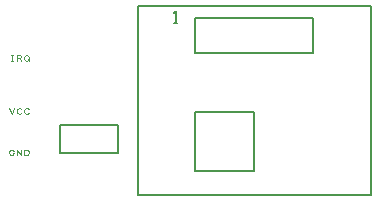
<source format=gto>
G04 EasyPC Gerber Version 20.0.2 Build 4112 *
G04 #@! TF.Part,Single*
G04 #@! TF.FileFunction,Legend,Top *
%FSLAX24Y24*%
%MOIN*%
%ADD101C,0.00008*%
%ADD13C,0.00100*%
%ADD11C,0.00400*%
%ADD16C,0.00500*%
%ADD15C,0.00600*%
%ADD12C,0.00800*%
X0Y0D02*
D02*
D11*
D02*
D12*
X5110Y1064D02*
Y7363D01*
X12865*
Y1064*
X5110*
X8987Y3820D02*
X7019D01*
Y1852*
X8987*
Y3820*
X10956Y6970D02*
X7019D01*
Y5789*
X10956*
Y6970*
D02*
D13*
X928Y2469D02*
X974D01*
Y2453*
X959Y2422*
X943Y2406*
X912Y2391*
X881*
X849Y2406*
X834Y2422*
X818Y2453*
Y2516*
X834Y2547*
X849Y2563*
X881Y2578*
X912*
X943Y2563*
X959Y2547*
X974Y2516*
X1068Y2391D02*
Y2578D01*
X1224Y2391*
Y2578*
X1318Y2391D02*
Y2578D01*
X1412*
X1443Y2563*
X1459Y2547*
X1474Y2516*
Y2453*
X1459Y2422*
X1443Y2406*
X1412Y2391*
X1318*
X818Y3956D02*
X896Y3769D01*
X974Y3956*
X1224Y3800D02*
X1209Y3784D01*
X1178Y3769*
X1131*
X1099Y3784*
X1084Y3800*
X1068Y3831*
Y3894*
X1084Y3925*
X1099Y3940*
X1131Y3956*
X1178*
X1209Y3940*
X1224Y3925*
X1474Y3800D02*
X1459Y3784D01*
X1428Y3769*
X1381*
X1349Y3784*
X1334Y3800*
X1318Y3831*
Y3894*
X1334Y3925*
X1349Y3940*
X1381Y3956*
X1428*
X1459Y3940*
X1474Y3925*
X865Y5540D02*
X928D01*
X896D02*
Y5728D01*
X865D02*
X928D01*
X1068Y5540D02*
Y5728D01*
X1178*
X1209Y5712*
X1224Y5681*
X1209Y5650*
X1178Y5634*
X1068*
X1178D02*
X1224Y5540D01*
X1318Y5603D02*
Y5665D01*
X1334Y5696*
X1349Y5712*
X1381Y5728*
X1412*
X1443Y5712*
X1459Y5696*
X1474Y5665*
Y5603*
X1459Y5571*
X1443Y5556*
X1412Y5540*
X1381*
X1349Y5556*
X1334Y5571*
X1318Y5603*
X1428Y5587D02*
X1474Y5540D01*
D02*
D15*
X6300Y6808D02*
X6425D01*
X6362D02*
Y7183D01*
X6300Y7120*
D02*
D16*
X4446Y3414D02*
Y2454D01*
X2506*
Y3414*
X4446*
D02*
D101*
X0Y0D02*
M02*

</source>
